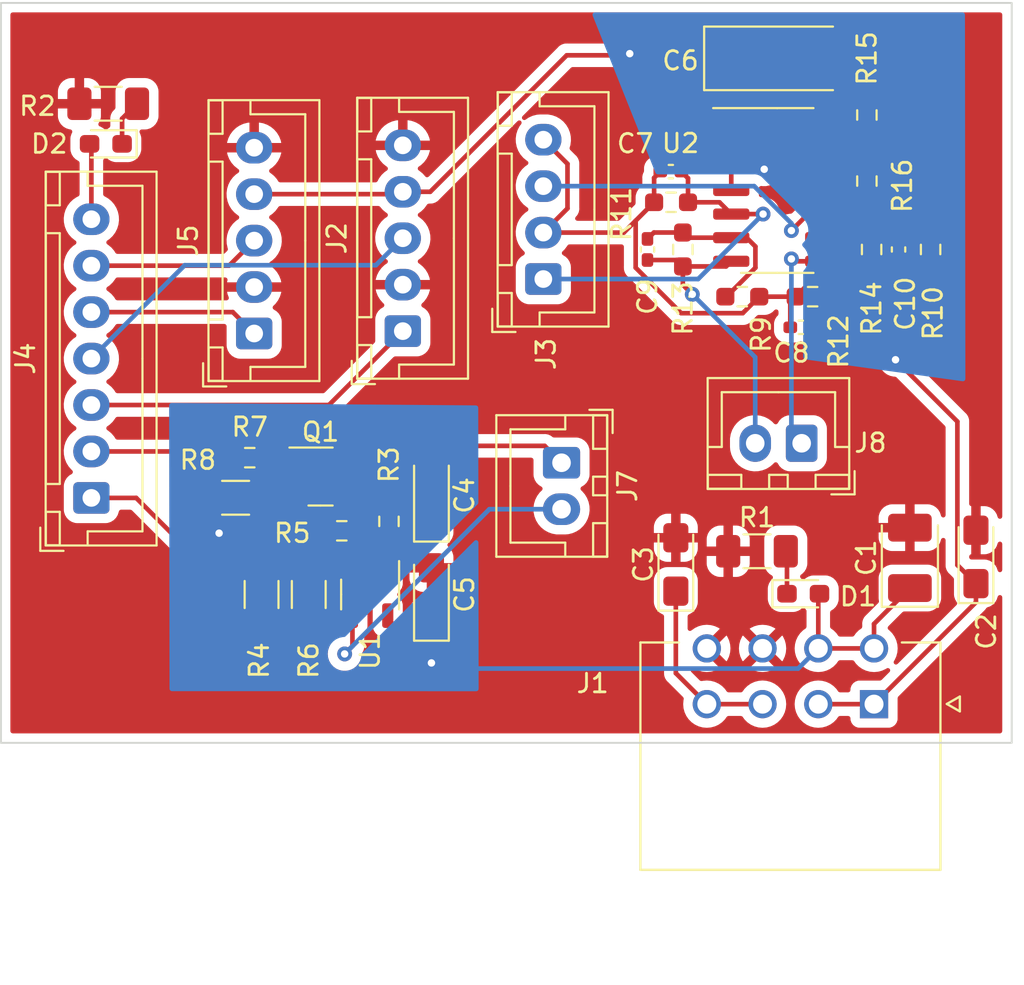
<source format=kicad_pcb>
(kicad_pcb (version 20211014) (generator pcbnew)
  (layers (0 "F.Cu" signal) (31 "B.Cu" signal) (34 "B.Paste" user) (35 "F.Paste" user) (36 "B.SilkS" user "B.Silkscreen") (37 "F.SilkS" user "F.Silkscreen") (38 "B.Mask" user) (39 "F.Mask" user) (44 "Edge.Cuts" user))
  (net 0 "")
  (net 1 "+12V")
  (net 2 "GND")
  (net 3 "+3V3")
  (net 4 "+5V")
  (net 5 "Net-(C4-Pad1)")
  (net 6 "/force_rin+")
  (net 7 "/force_in-")
  (net 8 "/force_lin+")
  (net 9 "Net-(C9-Pad1)")
  (net 10 "/force_rout")
  (net 11 "Net-(C10-Pad1)")
  (net 12 "/force_lout")
  (net 13 "Net-(D1-Pad1)")
  (net 14 "Net-(D2-Pad1)")
  (net 15 "Net-(D2-Pad2)")
  (net 16 "/Mic_R_sig")
  (net 17 "/Mic_R_en")
  (net 18 "/chirp_in")
  (net 19 "/amp_en_in")
  (net 20 "/Mic_L_sig")
  (net 21 "/Mic_L_en")
  (net 22 "/amp_en_out")
  (net 23 "/chirp_out")
  (net 24 "Net-(Q1-Pad1)")
  (net 25 "Net-(R4-Pad2)")
  (net 26 "Net-(R15-Pad1)")
  (net 27 "Net-(U2-Pad13)")
  (footprint "Resistor_SMD:R_1206_3216Metric_Pad1.30x1.75mm_HandSolder" (layer "F.Cu") (at 67.4454 88.5106)
    (fp_text reference "R8" (at -2.032 -2.032) (layer "F.SilkS"))
    (fp_text value "100k")
    (pad "1" smd roundrect (at -1.55 0) (size 1.3 1.75) (layers "F.Cu" "F.Paste" "F.Mask") (roundrect_rratio 0.192308) (net 1 "+12V"))
    (pad "2" smd roundrect (at 1.55 0) (size 1.3 1.75) (layers "F.Cu" "F.Paste" "F.Mask") (roundrect_rratio 0.192308) (net 22 "/amp_en_out"))
  )
  (footprint "Package_SO:SOIC-14_3.9x8.7mm_P1.27mm" (layer "F.Cu") (at 96.598922 71.970669)
    (fp_text reference "U2" (at -5.207 -2.54) (layer "F.SilkS"))
    (fp_text value "LM324A")
    (pad "1" smd roundrect (at -2.475 -3.81) (size 1.95 0.6) (layers "F.Cu" "F.Paste" "F.Mask") (net 7 "/force_in-"))
    (pad "2" smd roundrect (at -2.475 -2.54) (size 1.95 0.6) (layers "F.Cu" "F.Paste" "F.Mask") (net 7 "/force_in-"))
    (pad "3" smd roundrect (at -2.475 -1.27) (size 1.95 0.6) (layers "F.Cu" "F.Paste" "F.Mask") (net 3 "+3V3"))
    (pad "4" smd roundrect (at -2.475 0) (size 1.95 0.6) (layers "F.Cu" "F.Paste" "F.Mask") (net 3 "+3V3"))
    (pad "5" smd roundrect (at -2.475 1.27) (size 1.95 0.6) (layers "F.Cu" "F.Paste" "F.Mask") (net 6 "/force_rin+"))
    (pad "6" smd roundrect (at -2.475 2.54) (size 1.95 0.6) (layers "F.Cu" "F.Paste" "F.Mask") (net 9 "Net-(C9-Pad1)"))
    (pad "7" smd roundrect (at -2.475 3.81) (size 1.95 0.6) (layers "F.Cu" "F.Paste" "F.Mask") (net 10 "/force_rout"))
    (pad "8" smd roundrect (at 2.475 3.81) (size 1.95 0.6) (layers "F.Cu" "F.Paste" "F.Mask") (net 12 "/force_lout"))
    (pad "9" smd roundrect (at 2.475 2.54) (size 1.95 0.6) (layers "F.Cu" "F.Paste" "F.Mask") (net 11 "Net-(C10-Pad1)"))
    (pad "10" smd roundrect (at 2.475 1.27) (size 1.95 0.6) (layers "F.Cu" "F.Paste" "F.Mask") (net 8 "/force_lin+"))
    (pad "11" smd roundrect (at 2.475 0) (size 1.95 0.6) (layers "F.Cu" "F.Paste" "F.Mask") (net 2 "GND"))
    (pad "12" smd roundrect (at 2.475 -1.27) (size 1.95 0.6) (layers "F.Cu" "F.Paste" "F.Mask") (net 26 "Net-(R15-Pad1)"))
    (pad "13" smd roundrect (at 2.475 -2.54) (size 1.95 0.6) (layers "F.Cu" "F.Paste" "F.Mask") (net 27 "Net-(U2-Pad13)"))
    (pad "14" smd roundrect (at 2.475 -3.81) (size 1.95 0.6) (layers "F.Cu" "F.Paste" "F.Mask") (net 27 "Net-(U2-Pad13)"))
  )
  (footprint "Connector_JST:JST_XH_B5B-XH-A_1x05_P2.50mm_Vertical" (layer "F.Cu") (at 68.4444 79.6676 90)
    (fp_text reference "J5" (at 5 -3.55 90) (layer "F.SilkS"))
    (fp_text value "mic_l_conn")
    (pad "1" thru_hole roundrect (at 0 0 90) (size 1.7 1.95) (drill 0.95) (layers *.Cu *.Mask) (roundrect_rratio 0.147059) (net 20 "/Mic_L_sig"))
    (pad "2" thru_hole oval (at 2.5 0 90) (size 1.7 1.95) (drill 0.95) (layers *.Cu *.Mask) (net 2 "GND"))
    (pad "3" thru_hole oval (at 5 0 90) (size 1.7 1.95) (drill 0.95) (layers *.Cu *.Mask) (net 21 "/Mic_L_en"))
    (pad "4" thru_hole oval (at 7.5 0 90) (size 1.7 1.95) (drill 0.95) (layers *.Cu *.Mask) (net 3 "+3V3"))
    (pad "5" thru_hole oval (at 10 0 90) (size 1.7 1.95) (drill 0.95) (layers *.Cu *.Mask) (net 2 "GND"))
  )
  (footprint "Capacitor_Tantalum_SMD:CP_EIA-3216-18_Kemet-A_Pad1.58x1.35mm_HandSolder" (layer "F.Cu") (at 77.9864 93.7176 90)
    (fp_text reference "C5" (at 0 1.778 90) (layer "F.SilkS"))
    (fp_text value "22u")
    (pad "1" smd roundrect (at -1.4375 0 90) (size 1.575 1.35) (layers "F.Cu" "F.Paste" "F.Mask") (roundrect_rratio 0.185185) (net 1 "+12V"))
    (pad "2" smd roundrect (at 1.4375 0 90) (size 1.575 1.35) (layers "F.Cu" "F.Paste" "F.Mask") (roundrect_rratio 0.185185) (net 2 "GND"))
  )
  (footprint "Resistor_SMD:R_0603_1608Metric_Pad0.98x0.95mm_HandSolder" (layer "F.Cu") (at 73.1604 90.2886)
    (fp_text reference "R5" (at -2.667 0.127) (layer "F.SilkS"))
    (fp_text value "39k")
    (pad "1" smd roundrect (at -0.9125 0) (size 0.975 0.95) (layers "F.Cu" "F.Paste" "F.Mask") (net 1 "+12V"))
    (pad "2" smd roundrect (at 0.9125 0) (size 0.975 0.95) (layers "F.Cu" "F.Paste" "F.Mask") (net 5 "Net-(C4-Pad1)"))
  )
  (footprint "Resistor_SMD:R_0603_1608Metric_Pad0.98x0.95mm_HandSolder" (layer "F.Cu") (at 91.518922 75.145669 90)
    (fp_text reference "R13" (at -3.175 0 90) (layer "F.SilkS"))
    (fp_text value "22k")
    (pad "1" smd roundrect (at -0.9125 0 90) (size 0.975 0.95) (layers "F.Cu" "F.Paste" "F.Mask") (net 10 "/force_rout"))
    (pad "2" smd roundrect (at 0.9125 0 90) (size 0.975 0.95) (layers "F.Cu" "F.Paste" "F.Mask") (net 9 "Net-(C9-Pad1)"))
  )
  (footprint "430450800:MOLEX_430450800" (layer "F.Cu") (at 101.8088 99.6188)
    (fp_text reference "J1" (at -15.144 -1.1176) (layer "F.SilkS"))
    (fp_text value "430450800")
    (pad "" np_thru_hole circle locked (at -6.85 4.32) (size 3 3) (drill 3) (layers *.Cu *.Mask))
    (pad "" np_thru_hole circle locked (at -2.15 4.32) (size 3 3) (drill 3) (layers *.Cu *.Mask))
    (pad "1" thru_hole rect locked (at 0 0) (size 1.52 1.52) (drill 1.02) (layers *.Cu) (net 3 "+3V3"))
    (pad "2" thru_hole circle locked (at -3 0) (size 1.52 1.52) (drill 1.02) (layers *.Cu) (net 3 "+3V3"))
    (pad "3" thru_hole circle locked (at -6 0) (size 1.52 1.52) (drill 1.02) (layers *.Cu) (net 4 "+5V"))
    (pad "4" thru_hole circle locked (at -9 0) (size 1.52 1.52) (drill 1.02) (layers *.Cu) (net 4 "+5V"))
    (pad "5" thru_hole circle locked (at 0 -3) (size 1.52 1.52) (drill 1.02) (layers *.Cu) (net 1 "+12V"))
    (pad "6" thru_hole circle locked (at -3 -3) (size 1.52 1.52) (drill 1.02) (layers *.Cu) (net 1 "+12V"))
    (pad "7" thru_hole circle locked (at -6 -3) (size 1.52 1.52) (drill 1.02) (layers *.Cu) (net 2 "GND"))
    (pad "8" thru_hole circle locked (at -9 -3) (size 1.52 1.52) (drill 1.02) (layers *.Cu) (net 2 "GND"))
  )
  (footprint "Resistor_SMD:R_0603_1608Metric_Pad0.98x0.95mm_HandSolder" (layer "F.Cu") (at 104.853922 75.145669 90)
    (fp_text reference "R10" (at -3.429 0.127 90) (layer "F.SilkS"))
    (fp_text value "2k7")
    (pad "1" smd roundrect (at -0.9125 0 90) (size 0.975 0.95) (layers "F.Cu" "F.Paste" "F.Mask") (net 7 "/force_in-"))
    (pad "2" smd roundrect (at 0.9125 0 90) (size 0.975 0.95) (layers "F.Cu" "F.Paste" "F.Mask") (net 11 "Net-(C10-Pad1)"))
  )
  (footprint "Resistor_SMD:R_0603_1608Metric_Pad0.98x0.95mm_HandSolder" (layer "F.Cu") (at 68.2074 86.3516 180)
    (fp_text reference "R7" (at 0 1.651) (layer "F.SilkS"))
    (fp_text value "10k")
    (pad "1" smd roundrect (at -0.9125 0 180) (size 0.975 0.95) (layers "F.Cu" "F.Paste" "F.Mask") (net 24 "Net-(Q1-Pad1)"))
    (pad "2" smd roundrect (at 0.9125 0 180) (size 0.975 0.95) (layers "F.Cu" "F.Paste" "F.Mask") (net 19 "/amp_en_in"))
  )
  (footprint "Connector_JST:JST_XH_B7B-XH-A_1x07_P2.50mm_Vertical" (layer "F.Cu") (at 59.6814 88.5176 90)
    (fp_text reference "J4" (at 7.5 -3.55 90) (layer "F.SilkS"))
    (fp_text value "echo_conn_in")
    (pad "1" thru_hole roundrect (at 0 0 90) (size 1.7 1.95) (drill 0.95) (layers *.Cu *.Mask) (roundrect_rratio 0.147059) (net 18 "/chirp_in"))
    (pad "2" thru_hole oval (at 2.5 0 90) (size 1.7 1.95) (drill 0.95) (layers *.Cu *.Mask) (net 19 "/amp_en_in"))
    (pad "3" thru_hole oval (at 5 0 90) (size 1.7 1.95) (drill 0.95) (layers *.Cu *.Mask) (net 16 "/Mic_R_sig"))
    (pad "4" thru_hole oval (at 7.5 0 90) (size 1.7 1.95) (drill 0.95) (layers *.Cu *.Mask) (net 17 "/Mic_R_en"))
    (pad "5" thru_hole oval (at 10 0 90) (size 1.7 1.95) (drill 0.95) (layers *.Cu *.Mask) (net 20 "/Mic_L_sig"))
    (pad "6" thru_hole oval (at 12.5 0 90) (size 1.7 1.95) (drill 0.95) (layers *.Cu *.Mask) (net 21 "/Mic_L_en"))
    (pad "7" thru_hole oval (at 15 0 90) (size 1.7 1.95) (drill 0.95) (layers *.Cu *.Mask) (net 15 "Net-(D2-Pad2)"))
  )
  (footprint "Connector_JST:JST_XH_B4B-XH-A_1x04_P2.50mm_Vertical" (layer "F.Cu") (at 84.008922 76.736669 90)
    (fp_text reference "J3" (at -4.035331 0.144 90) (layer "F.SilkS"))
    (fp_text value "force_conn_in")
    (pad "1" thru_hole roundrect (at 0 0 90) (size 1.7 1.95) (drill 0.95) (layers *.Cu *.Mask) (roundrect_rratio 0.147059) (net 6 "/force_rin+"))
    (pad "2" thru_hole oval (at 2.5 0 90) (size 1.7 1.95) (drill 0.95) (layers *.Cu *.Mask) (net 7 "/force_in-"))
    (pad "3" thru_hole oval (at 5 0 90) (size 1.7 1.95) (drill 0.95) (layers *.Cu *.Mask) (net 8 "/force_lin+"))
    (pad "4" thru_hole oval (at 7.5 0 90) (size 1.7 1.95) (drill 0.95) (layers *.Cu *.Mask) (net 7 "/force_in-"))
  )
  (footprint "Resistor_SMD:R_0603_1608Metric_Pad0.98x0.95mm_HandSolder" (layer "F.Cu") (at 90.883922 72.605669)
    (fp_text reference "R11" (at -2.667 0.635 90) (layer "F.SilkS"))
    (fp_text value "1Meg")
    (pad "1" smd roundrect (at -0.9125 0) (size 0.975 0.95) (layers "F.Cu" "F.Paste" "F.Mask") (net 7 "/force_in-"))
    (pad "2" smd roundrect (at 0.9125 0) (size 0.975 0.95) (layers "F.Cu" "F.Paste" "F.Mask") (net 6 "/force_rin+"))
  )
  (footprint "Capacitor_SMD:C_0402_1005Metric_Pad0.74x0.62mm_HandSolder" (layer "F.Cu") (at 103.128922 75.145669 -90)
    (fp_text reference "C10" (at 2.921 -0.36 90) (layer "F.SilkS"))
    (fp_text value "10n")
    (pad "1" smd roundrect (at -0.5675 0 270) (size 0.735 0.62) (layers "F.Cu" "F.Paste" "F.Mask") (net 11 "Net-(C10-Pad1)"))
    (pad "2" smd roundrect (at 0.5675 0 270) (size 0.735 0.62) (layers "F.Cu" "F.Paste" "F.Mask") (net 12 "/force_lout"))
  )
  (footprint "Capacitor_Tantalum_SMD:CP_EIA-3216-18_Kemet-A_Pad1.58x1.35mm_HandSolder" (layer "F.Cu") (at 91.1408 92.1004 90)
    (fp_text reference "C3" (at 0 -1.75 90) (layer "F.SilkS"))
    (fp_text value "0u1")
    (pad "1" smd roundrect (at -1.4375 0 90) (size 1.575 1.35) (layers "F.Cu" "F.Paste" "F.Mask") (roundrect_rratio 0.185185) (net 4 "+5V"))
    (pad "2" smd roundrect (at 1.4375 0 90) (size 1.575 1.35) (layers "F.Cu" "F.Paste" "F.Mask") (roundrect_rratio 0.185185) (net 2 "GND"))
  )
  (footprint "Resistor_SMD:R_0603_1608Metric_Pad0.98x0.95mm_HandSolder" (layer "F.Cu") (at 94.717422 77.685669 180)
    (fp_text reference "R9" (at -1.016 -2.032 90) (layer "F.SilkS"))
    (fp_text value "2k7")
    (pad "1" smd roundrect (at -0.9125 0 180) (size 0.975 0.95) (layers "F.Cu" "F.Paste" "F.Mask") (net 7 "/force_in-"))
    (pad "2" smd roundrect (at 0.9125 0 180) (size 0.975 0.95) (layers "F.Cu" "F.Paste" "F.Mask") (net 9 "Net-(C9-Pad1)"))
  )
  (footprint "LED_SMD:LED_0603_1608Metric_Pad1.05x0.95mm_HandSolder" (layer "F.Cu") (at 97.9988 93.6752)
    (fp_text reference "D1" (at 2.9464 0.1524) (layer "F.SilkS"))
    (fp_text value "PWR_ind")
    (pad "1" smd roundrect (at -0.875 0) (size 1.05 0.95) (layers "F.Cu" "F.Paste" "F.Mask") (net 13 "Net-(D1-Pad1)"))
    (pad "2" smd roundrect (at 0.875 0) (size 1.05 0.95) (layers "F.Cu" "F.Paste" "F.Mask") (net 1 "+12V"))
  )
  (footprint "Capacitor_Tantalum_SMD:CP_EIA-3528-21_Kemet-B_Pad1.50x2.35mm_HandSolder" (layer "F.Cu") (at 103.7392 91.7448 90)
    (fp_text reference "C1" (at 0 -2.35 90) (layer "F.SilkS"))
    (fp_text value "10u")
    (pad "1" smd roundrect (at -1.625 0 90) (size 1.5 2.35) (layers "F.Cu" "F.Paste" "F.Mask") (roundrect_rratio 0.166667) (net 1 "+12V"))
    (pad "2" smd roundrect (at 1.625 0 90) (size 1.5 2.35) (layers "F.Cu" "F.Paste" "F.Mask") (roundrect_rratio 0.166667) (net 2 "GND"))
  )
  (footprint "LED_SMD:LED_0603_1608Metric_Pad1.05x0.95mm_HandSolder" (layer "F.Cu") (at 60.4604 69.4606 180)
    (fp_text reference "D2" (at 3.048 0) (layer "F.SilkS"))
    (fp_text value "Job_Status_ind")
    (pad "1" smd roundrect (at -0.875 0 180) (size 1.05 0.95) (layers "F.Cu" "F.Paste" "F.Mask") (net 14 "Net-(D2-Pad1)"))
    (pad "2" smd roundrect (at 0.875 0 180) (size 1.05 0.95) (layers "F.Cu" "F.Paste" "F.Mask") (net 15 "Net-(D2-Pad2)"))
  )
  (footprint "Package_TO_SOT_SMD:SOT-23" (layer "F.Cu") (at 72.0174 87.3676)
    (fp_text reference "Q1" (at 0 -2.4) (layer "F.SilkS"))
    (fp_text value "MMBT3904")
    (pad "1" smd roundrect (at -0.9375 -0.95) (size 1.475 0.6) (layers "F.Cu" "F.Paste" "F.Mask") (net 24 "Net-(Q1-Pad1)"))
    (pad "2" smd roundrect (at -0.9375 0.95) (size 1.475 0.6) (layers "F.Cu" "F.Paste" "F.Mask") (net 2 "GND"))
    (pad "3" smd roundrect (at 0.9375 0) (size 1.475 0.6) (layers "F.Cu" "F.Paste" "F.Mask") (net 22 "/amp_en_out"))
  )
  (footprint "Connector_JST:JST_XH_B5B-XH-A_1x05_P2.50mm_Vertical" (layer "F.Cu") (at 76.4454 79.5406 90)
    (fp_text reference "J2" (at 5 -3.55 90) (layer "F.SilkS"))
    (fp_text value "mic_r_conn")
    (pad "1" thru_hole roundrect (at 0 0 90) (size 1.7 1.95) (drill 0.95) (layers *.Cu *.Mask) (roundrect_rratio 0.147059) (net 16 "/Mic_R_sig"))
    (pad "2" thru_hole oval (at 2.5 0 90) (size 1.7 1.95) (drill 0.95) (layers *.Cu *.Mask) (net 2 "GND"))
    (pad "3" thru_hole oval (at 5 0 90) (size 1.7 1.95) (drill 0.95) (layers *.Cu *.Mask) (net 17 "/Mic_R_en"))
    (pad "4" thru_hole oval (at 7.5 0 90) (size 1.7 1.95) (drill 0.95) (layers *.Cu *.Mask) (net 3 "+3V3"))
    (pad "5" thru_hole oval (at 10 0 90) (size 1.7 1.95) (drill 0.95) (layers *.Cu *.Mask) (net 2 "GND"))
  )
  (footprint "Resistor_SMD:R_0603_1608Metric_Pad0.98x0.95mm_HandSolder" (layer "F.Cu") (at 98.503922 77.685669)
    (fp_text reference "R12" (at 1.397 2.413 270) (layer "F.SilkS"))
    (fp_text value "1Meg")
    (pad "1" smd roundrect (at -0.9125 0) (size 0.975 0.95) (layers "F.Cu" "F.Paste" "F.Mask") (net 7 "/force_in-"))
    (pad "2" smd roundrect (at 0.9125 0) (size 0.975 0.95) (layers "F.Cu" "F.Paste" "F.Mask") (net 8 "/force_lin+"))
  )
  (footprint "Resistor_SMD:R_0603_1608Metric_Pad0.98x0.95mm_HandSolder" (layer "F.Cu") (at 101.424922 67.906669 90)
    (fp_text reference "R15" (at 3.048 0 90) (layer "F.SilkS"))
    (fp_text value "1Meg")
    (pad "1" smd roundrect (at -0.9125 0 90) (size 0.975 0.95) (layers "F.Cu" "F.Paste" "F.Mask") (net 26 "Net-(R15-Pad1)"))
    (pad "2" smd roundrect (at 0.9125 0 90) (size 0.975 0.95) (layers "F.Cu" "F.Paste" "F.Mask") (net 3 "+3V3"))
  )
  (footprint "Capacitor_Tantalum_SMD:CP_EIA-6032-28_Kemet-C_Pad2.25x2.35mm_HandSolder" (layer "F.Cu") (at 96.598922 64.858669)
    (fp_text reference "C6" (at -5.207 0.127) (layer "F.SilkS"))
    (fp_text value "0u1")
    (pad "1" smd roundrect (at -2.55 0) (size 2.25 2.35) (layers "F.Cu" "F.Paste" "F.Mask") (roundrect_rratio 0.111111) (net 3 "+3V3"))
    (pad "2" smd roundrect (at 2.55 0) (size 2.25 2.35) (layers "F.Cu" "F.Paste" "F.Mask") (roundrect_rratio 0.111111) (net 2 "GND"))
  )
  (footprint "Capacitor_SMD:C_0402_1005Metric_Pad0.74x0.62mm_HandSolder" (layer "F.Cu") (at 90.872757 70.954669 180)
    (fp_text reference "C7" (at 1.921957 1.511069) (layer "F.SilkS"))
    (fp_text value "100n")
    (pad "1" smd roundrect (at -0.5675 0 180) (size 0.735 0.62) (layers "F.Cu" "F.Paste" "F.Mask") (net 6 "/force_rin+"))
    (pad "2" smd roundrect (at 0.5675 0 180) (size 0.735 0.62) (layers "F.Cu" "F.Paste" "F.Mask") (net 7 "/force_in-"))
  )
  (footprint "Resistor_SMD:R_1206_3216Metric_Pad1.30x1.75mm_HandSolder" (layer "F.Cu") (at 71.3824 93.7176 -90)
    (fp_text reference "R6" (at 3.556 0 90) (layer "F.SilkS"))
    (fp_text value "27k")
    (pad "1" smd roundrect (at -1.55 0 270) (size 1.3 1.75) (layers "F.Cu" "F.Paste" "F.Mask") (roundrect_rratio 0.192308) (net 25 "Net-(R4-Pad2)"))
    (pad "2" smd roundrect (at 1.55 0 270) (size 1.3 1.75) (layers "F.Cu" "F.Paste" "F.Mask") (roundrect_rratio 0.192308) (net 23 "/chirp_out"))
  )
  (footprint "Resistor_SMD:R_0603_1608Metric_Pad0.98x0.95mm_HandSolder" (layer "F.Cu") (at 101.424922 71.462669 90)
    (fp_text reference "R16" (at -0.254 1.905 90) (layer "F.SilkS"))
    (fp_text value "1Meg")
    (pad "1" smd roundrect (at -0.9125 0 90) (size 0.975 0.95) (layers "F.Cu" "F.Paste" "F.Mask") (net 2 "GND"))
    (pad "2" smd roundrect (at 0.9125 0 90) (size 0.975 0.95) (layers "F.Cu" "F.Paste" "F.Mask") (net 26 "Net-(R15-Pad1)"))
  )
  (footprint "Capacitor_Tantalum_SMD:CP_EIA-3216-18_Kemet-A_Pad1.58x1.35mm_HandSolder" (layer "F.Cu") (at 77.9864 88.3836 90)
    (fp_text reference "C4" (at 0 1.778 90) (layer "F.SilkS"))
    (fp_text value "3u3")
    (pad "1" smd roundrect (at -1.4375 0 90) (size 1.575 1.35) (layers "F.Cu" "F.Paste" "F.Mask") (roundrect_rratio 0.185185) (net 5 "Net-(C4-Pad1)"))
    (pad "2" smd roundrect (at 1.4375 0 90) (size 1.575 1.35) (layers "F.Cu" "F.Paste" "F.Mask") (roundrect_rratio 0.185185) (net 2 "GND"))
  )
  (footprint "Resistor_SMD:R_1206_3216Metric_Pad1.30x1.75mm_HandSolder" (layer "F.Cu") (at 95.5096 91.3892)
    (fp_text reference "R1" (at 0 -1.82) (layer "F.SilkS"))
    (fp_text value "500R")
    (pad "1" smd roundrect (at -1.55 0) (size 1.3 1.75) (layers "F.Cu" "F.Paste" "F.Mask") (roundrect_rratio 0.192308) (net 2 "GND"))
    (pad "2" smd roundrect (at 1.55 0) (size 1.3 1.75) (layers "F.Cu" "F.Paste" "F.Mask") (roundrect_rratio 0.192308) (net 13 "Net-(D1-Pad1)"))
  )
  (footprint "Resistor_SMD:R_1206_3216Metric_Pad1.30x1.75mm_HandSolder" (layer "F.Cu") (at 68.8424 93.7176 90)
    (fp_text reference "R4" (at -3.556 -0.127 90) (layer "F.SilkS"))
    (fp_text value "10k")
    (pad "1" smd roundrect (at -1.55 0 90) (size 1.3 1.75) (layers "F.Cu" "F.Paste" "F.Mask") (roundrect_rratio 0.192308) (net 18 "/chirp_in"))
    (pad "2" smd roundrect (at 1.55 0 90) (size 1.3 1.75) (layers "F.Cu" "F.Paste" "F.Mask") (roundrect_rratio 0.192308) (net 25 "Net-(R4-Pad2)"))
  )
  (footprint "Connector_JST:JST_XH_B2B-XH-A_1x02_P2.50mm_Vertical" (layer "F.Cu") (at 97.913922 85.576669 180)
    (fp_text reference "J8" (at -3.703 0.017) (layer "F.SilkS"))
    (fp_text value "force_conn_out")
    (pad "1" thru_hole roundrect (at 0 0 180) (size 1.7 2) (drill 1) (layers *.Cu *.Mask) (roundrect_rratio 0.147059) (net 12 "/force_lout"))
    (pad "2" thru_hole oval (at 2.5 0 180) (size 1.7 2) (drill 1) (layers *.Cu *.Mask) (net 10 "/force_rout"))
  )
  (footprint "Capacitor_Tantalum_SMD:CP_EIA-3216-18_Kemet-A_Pad1.58x1.35mm_HandSolder" (layer "F.Cu") (at 107.2952 91.694 90)
    (fp_text reference "C2" (at -4.0132 0.5588 90) (layer "F.SilkS"))
    (fp_text value "0u1")
    (pad "1" smd roundrect (at -1.4375 0 90) (size 1.575 1.35) (layers "F.Cu" "F.Paste" "F.Mask") (roundrect_rratio 0.185185) (net 3 "+3V3"))
    (pad "2" smd roundrect (at 1.4375 0 90) (size 1.575 1.35) (layers "F.Cu" "F.Paste" "F.Mask") (roundrect_rratio 0.185185) (net 2 "GND"))
  )
  (footprint "Package_TO_SOT_SMD:SOT-23-5" (layer "F.Cu") (at 74.6844 93.7176 -90)
    (fp_text reference "U1" (at 3.048 0 90) (layer "F.SilkS"))
    (fp_text value "LM321")
    (pad "1" smd roundrect (at -1.1375 -0.95 270) (size 1.325 0.6) (layers "F.Cu" "F.Paste" "F.Mask") (net 5 "Net-(C4-Pad1)"))
    (pad "2" smd roundrect (at -1.1375 0 270) (size 1.325 0.6) (layers "F.Cu" "F.Paste" "F.Mask") (net 2 "GND"))
    (pad "3" smd roundrect (at -1.1375 0.95 270) (size 1.325 0.6) (layers "F.Cu" "F.Paste" "F.Mask") (net 25 "Net-(R4-Pad2)"))
    (pad "4" smd roundrect (at 1.1375 0.95 270) (size 1.325 0.6) (layers "F.Cu" "F.Paste" "F.Mask") (net 23 "/chirp_out"))
    (pad "5" smd roundrect (at 1.1375 -0.95 270) (size 1.325 0.6) (layers "F.Cu" "F.Paste" "F.Mask") (net 1 "+12V"))
  )
  (footprint "Resistor_SMD:R_0603_1608Metric_Pad0.98x0.95mm_HandSolder" (layer "F.Cu") (at 75.7004 89.7806 -90)
    (fp_text reference "R3" (at -3.048 0 90) (layer "F.SilkS"))
    (fp_text value "12k")
    (pad "1" smd roundrect (at -0.9125 0 270) (size 0.975 0.95) (layers "F.Cu" "F.Paste" "F.Mask") (net 2 "GND"))
    (pad "2" smd roundrect (at 0.9125 0 270) (size 0.975 0.95) (layers "F.Cu" "F.Paste" "F.Mask") (net 5 "Net-(C4-Pad1)"))
  )
  (footprint "Capacitor_SMD:C_0402_1005Metric_Pad0.74x0.62mm_HandSolder" (layer "F.Cu") (at 89.613922 75.145669 -90)
    (fp_text reference "C9" (at 2.54 0 90) (layer "F.SilkS"))
    (fp_text value "10n")
    (pad "1" smd roundrect (at -0.5675 0 270) (size 0.735 0.62) (layers "F.Cu" "F.Paste" "F.Mask") (net 9 "Net-(C9-Pad1)"))
    (pad "2" smd roundrect (at 0.5675 0 270) (size 0.735 0.62) (layers "F.Cu" "F.Paste" "F.Mask") (net 10 "/force_rout"))
  )
  (footprint "Resistor_SMD:R_1206_3216Metric_Pad1.30x1.75mm_HandSolder" (layer "F.Cu") (at 60.5874 67.3016)
    (fp_text reference "R2" (at -3.81 0.127) (layer "F.SilkS"))
    (fp_text value "500R")
    (pad "1" smd roundrect (at -1.55 0) (size 1.3 1.75) (layers "F.Cu" "F.Paste" "F.Mask") (roundrect_rratio 0.192308) (net 2 "GND"))
    (pad "2" smd roundrect (at 1.55 0) (size 1.3 1.75) (layers "F.Cu" "F.Paste" "F.Mask") (roundrect_rratio 0.192308) (net 14 "Net-(D2-Pad1)"))
  )
  (footprint "Capacitor_SMD:C_0402_1005Metric_Pad0.74x0.62mm_HandSolder" (layer "F.Cu") (at 97.868922 79.336669 180)
    (fp_text reference "C8" (at 0.508 -1.376 180) (layer "F.SilkS"))
    (fp_text value "100n")
    (pad "1" smd roundrect (at -0.5675 0 180) (size 0.735 0.62) (layers "F.Cu" "F.Paste" "F.Mask") (net 8 "/force_lin+"))
    (pad "2" smd roundrect (at 0.5675 0 180) (size 0.735 0.62) (layers "F.Cu" "F.Paste" "F.Mask") (net 7 "/force_in-"))
  )
  (footprint "Resistor_SMD:R_0603_1608Metric_Pad0.98x0.95mm_HandSolder" (layer "F.Cu") (at 101.678922 75.145669 90)
    (fp_text reference "R14" (at -3.175 0 90) (layer "F.SilkS"))
    (fp_text value "22k")
    (pad "1" smd roundrect (at -0.9125 0 90) (size 0.975 0.95) (layers "F.Cu" "F.Paste" "F.Mask") (net 12 "/force_lout"))
    (pad "2" smd roundrect (at 0.9125 0 90) (size 0.975 0.95) (layers "F.Cu" "F.Paste" "F.Mask") (net 11 "Net-(C10-Pad1)"))
  )
  (footprint "Connector_JST:JST_XH_B2B-XH-A_1x02_P2.50mm_Vertical" (layer "F.Cu") (at 84.9884 86.6256 -90)
    (fp_text reference "J7" (at 1.25 -3.55 90) (layer "F.SilkS"))
    (fp_text value "amp_conn_out")
    (pad "1" thru_hole roundrect (at 0 0 270) (size 1.7 2) (drill 1) (layers *.Cu *.Mask) (roundrect_rratio 0.147059) (net 22 "/amp_en_out"))
    (pad "2" thru_hole oval (at 2.5 0 270) (size 1.7 2) (drill 1) (layers *.Cu *.Mask) (net 23 "/chirp_out"))
  )
  (gr_rect (start 109.22 61.8744) (end 54.8132 101.7016) (layer "Edge.Cuts") (width 0.1) (fill none))
  (segment (start 101.8088 95.3002) (end 103.7392 93.3698) (width 0.25) (layer "F.Cu") (net 1))
  (segment (start 72.1209 90.4156) (end 72.2479 90.2886) (width 0.25) (layer "F.Cu") (net 1))
  (segment (start 75.6344 95.0486) (end 75.6344 94.8551) (width 0.25) (layer "F.Cu") (net 1))
  (segment (start 65.8954 88.5106) (end 65.8954 89.7546) (width 0.25) (layer "F.Cu") (net 1))
  (segment (start 101.8088 96.6188) (end 101.8088 95.3002) (width 0.25) (layer "F.Cu") (net 1))
  (segment (start 98.8088 96.6188) (end 101.8088 96.6188) (width 0.25) (layer "F.Cu") (net 1))
  (segment (start 77.9864 97.4006) (end 77.9864 95.1551) (width 0.25) (layer "F.Cu") (net 1))
  (segment (start 77.9864 97.4006) (end 75.6344 95.0486) (width 0.25) (layer "F.Cu") (net 1))
  (segment (start 66.5564 90.4156) (end 72.1209 90.4156) (width 0.25) (layer "F.Cu") (net 1))
  (segment (start 98.8088 96.6188) (end 98.8088 93.7402) (width 0.25) (layer "F.Cu") (net 1))
  (segment (start 65.8954 89.7546) (end 66.5564 90.4156) (width 0.25) (layer "F.Cu") (net 1))
  (segment (start 98.8088 93.7402) (end 98.8738 93.6752) (width 0.25) (layer "F.Cu") (net 1))
  (via (at 77.9864 97.4006) (size 0.8) (drill 0.4) (layers "F.Cu" "B.Cu") (net 1))
  (via (at 66.5564 90.4156) (size 0.8) (drill 0.4) (layers "F.Cu" "B.Cu") (net 1))
  (segment (start 98.8088 96.6188) (end 97.7238 97.7038) (width 0.25) (layer "B.Cu") (net 1))
  (segment (start 97.7238 97.7038) (end 78.2896 97.7038) (width 0.25) (layer "B.Cu") (net 1))
  (segment (start 78.2896 97.7038) (end 77.9864 97.4006) (width 0.25) (layer "B.Cu") (net 1))
  (segment (start 101.424922 72.375169) (end 99.478422 72.375169) (width 0.25) (layer "F.Cu") (net 2))
  (segment (start 99.478422 72.375169) (end 99.073922 71.970669) (width 0.25) (layer "F.Cu") (net 2))
  (segment (start 76.3184 72.1676) (end 76.4454 72.0406) (width 0.25) (layer "F.Cu") (net 3))
  (segment (start 98.8088 99.6188) (end 101.8088 99.6188) (width 0.25) (layer "F.Cu") (net 3))
  (segment (start 89.905922 63.358669) (end 100.470922 63.358669) (width 0.25) (layer "F.Cu") (net 3))
  (segment (start 95.771922 70.700669) (end 95.898922 70.827669) (width 0.25) (layer "F.Cu") (net 3))
  (segment (start 101.424922 64.312669) (end 101.424922 66.994169) (width 0.25) (layer "F.Cu") (net 3))
  (segment (start 68.4444 72.1676) (end 76.3184 72.1676) (width 0.25) (layer "F.Cu") (net 3))
  (segment (start 76.4454 72.0406) (end 77.921 72.0406) (width 0.25) (layer "F.Cu") (net 3))
  (segment (start 85.2678 64.6938) (end 88.77245 64.6938) (width 0.25) (layer "F.Cu") (net 3))
  (segment (start 77.921 72.0406) (end 85.2678 64.6938) (width 0.25) (layer "F.Cu") (net 3))
  (segment (start 94.123922 70.700669) (end 94.123922 71.970669) (width 0.25) (layer "F.Cu") (net 3))
  (segment (start 107.2952 94.1324) (end 107.2952 93.1315) (width 0.25) (layer "F.Cu") (net 3))
  (segment (start 106.2952 84.410147) (end 102.966022 81.080969) (width 0.25) (layer "F.Cu") (net 3))
  (segment (start 94.048922 64.858669) (end 88.913922 64.858669) (width 0.25) (layer "F.Cu") (net 3))
  (segment (start 88.913922 64.858669) (end 88.659922 64.604669) (width 0.25) (layer "F.Cu") (net 3))
  (segment (start 100.470922 63.358669) (end 101.424922 64.312669) (width 0.25) (layer "F.Cu") (net 3))
  (segment (start 94.123922 70.700669) (end 95.771922 70.700669) (width 0.25) (layer "F.Cu") (net 3))
  (segment (start 101.8088 99.6188) (end 107.2952 94.1324) (width 0.25) (layer "F.Cu") (net 3))
  (segment (start 88.659922 64.604669) (end 89.905922 63.358669) (width 0.25) (layer "F.Cu") (net 3))
  (segment (start 106.2952 92.1315) (end 106.2952 84.410147) (width 0.25) (layer "F.Cu") (net 3))
  (segment (start 107.2952 93.1315) (end 106.2952 92.1315) (width 0.25) (layer "F.Cu") (net 3))
  (via (at 88.659922 64.604669) (size 0.8) (drill 0.4) (layers "F.Cu" "B.Cu") (net 3))
  (via (at 95.898922 70.827669) (size 0.8) (drill 0.4) (layers "F.Cu" "B.Cu") (net 3))
  (via (at 102.966022 81.080969) (size 0.8) (drill 0.4) (layers "F.Cu" "B.Cu") (net 3))
  (segment (start 91.1408 97.9508) (end 91.1408 93.5379) (width 0.25) (layer "F.Cu") (net 4))
  (segment (start 92.8088 99.6188) (end 91.1408 97.9508) (width 0.25) (layer "F.Cu") (net 4))
  (segment (start 95.8088 99.6188) (end 92.8088 99.6188) (width 0.25) (layer "F.Cu") (net 4))
  (segment (start 75.6344 92.5801) (end 75.6344 90.7591) (width 0.25) (layer "F.Cu") (net 5))
  (segment (start 75.7004 90.6931) (end 74.4774 90.6931) (width 0.25) (layer "F.Cu") (net 5))
  (segment (start 74.4774 90.6931) (end 74.0729 90.2886) (width 0.25) (layer "F.Cu") (net 5))
  (segment (start 77.1144 90.6931) (end 77.9864 89.8211) (width 0.25) (layer "F.Cu") (net 5))
  (segment (start 75.6344 90.7591) (end 75.7004 90.6931) (width 0.25) (layer "F.Cu") (net 5))
  (segment (start 75.7004 90.6931) (end 77.1144 90.6931) (width 0.25) (layer "F.Cu") (net 5))
  (segment (start 94.123922 73.240669) (end 95.836922 73.240669) (width 0.25) (layer "F.Cu") (net 6))
  (segment (start 91.796422 71.310834) (end 91.440257 70.954669) (width 0.25) (layer "F.Cu") (net 6))
  (segment (start 91.796422 72.605669) (end 91.796422 71.310834) (width 0.25) (layer "F.Cu") (net 6))
  (segment (start 93.488922 72.605669) (end 94.123922 73.240669) (width 0.25) (layer "F.Cu") (net 6))
  (segment (start 91.796422 72.605669) (end 93.488922 72.605669) (width 0.25) (layer "F.Cu") (net 6))
  (via (at 95.836922 73.240669) (size 0.8) (drill 0.4) (layers "F.Cu" "B.Cu") (net 6))
  (segment (start 95.836922 73.240669) (end 92.340922 76.736669) (width 0.25) (layer "B.Cu") (net 6))
  (segment (start 92.340922 76.736669) (end 84.008922 76.736669) (width 0.25) (layer "B.Cu") (net 6))
  (segment (start 85.308922 70.536669) (end 84.008922 69.236669) (width 0.25) (layer "F.Cu") (net 7))
  (segment (start 97.301422 79.336669) (end 97.301422 77.975669) (width 0.25) (layer "F.Cu") (net 7))
  (segment (start 89.971422 72.605669) (end 88.978922 73.598169) (width 0.25) (layer "F.Cu") (net 7))
  (segment (start 85.308922 72.936669) (end 85.308922 70.536669) (width 0.25) (layer "F.Cu") (net 7))
  (segment (start 91.429099 78.574669) (end 94.740922 78.574669) (width 0.25) (layer "F.Cu") (net 7))
  (segment (start 84.008922 74.236669) (end 85.308922 72.936669) (width 0.25) (layer "F.Cu") (net 7))
  (segment (start 104.026422 76.885669) (end 98.391422 76.885669) (width 0.25) (layer "F.Cu") (net 7))
  (segment (start 89.971422 71.288504) (end 90.305257 70.954669) (width 0.25) (layer "F.Cu") (net 7))
  (segment (start 94.740922 78.574669) (end 95.629922 77.685669) (width 0.25) (layer "F.Cu") (net 7))
  (segment (start 94.123922 69.430669) (end 94.123922 68.160669) (width 0.25) (layer "F.Cu") (net 7))
  (segment (start 98.391422 76.885669) (end 97.591422 77.685669) (width 0.25) (layer "F.Cu") (net 7))
  (segment (start 88.978922 73.598169) (end 88.978922 76.124492) (width 0.25) (layer "F.Cu") (net 7))
  (segment (start 90.305257 70.954669) (end 91.829257 69.430669) (width 0.25) (layer "F.Cu") (net 7))
  (segment (start 88.978922 73.598169) (end 88.340422 74.236669) (width 0.25) (layer "F.Cu") (net 7))
  (segment (start 89.971422 72.605669) (end 89.971422 71.288504) (width 0.25) (layer "F.Cu") (net 7))
  (segment (start 91.829257 69.430669) (end 94.123922 69.430669) (width 0.25) (layer "F.Cu") (net 7))
  (segment (start 104.853922 76.058169) (end 104.026422 76.885669) (width 0.25) (layer "F.Cu") (net 7))
  (segment (start 95.629922 77.685669) (end 97.591422 77.685669) (width 0.25) (layer "F.Cu") (net 7))
  (segment (start 97.301422 77.975669) (end 97.591422 77.685669) (width 0.25) (layer "F.Cu") (net 7))
  (segment (start 88.340422 74.236669) (end 84.008922 74.236669) (width 0.25) (layer "F.Cu") (net 7))
  (segment (start 88.978922 76.124492) (end 91.429099 78.574669) (width 0.25) (layer "F.Cu") (net 7))
  (segment (start 105.144417 73.240669) (end 99.073922 73.240669) (width 0.25) (layer "F.Cu") (net 8))
  (segment (start 99.416422 77.685669) (end 104.509417 77.685669) (width 0.25) (layer "F.Cu") (net 8))
  (segment (start 105.653922 73.750174) (end 105.144417 73.240669) (width 0.25) (layer "F.Cu") (net 8))
  (segment (start 98.436422 79.336669) (end 98.436422 78.665669) (width 0.25) (layer "F.Cu") (net 8))
  (segment (start 97.360922 74.129669) (end 98.249922 73.240669) (width 0.25) (layer "F.Cu") (net 8))
  (segment (start 98.249922 73.240669) (end 99.073922 73.240669) (width 0.25) (layer "F.Cu") (net 8))
  (segment (start 104.509417 77.685669) (end 105.653922 76.541164) (width 0.25) (layer "F.Cu") (net 8))
  (segment (start 98.436422 78.665669) (end 99.416422 77.685669) (width 0.25) (layer "F.Cu") (net 8))
  (segment (start 105.653922 76.541164) (end 105.653922 73.750174) (width 0.25) (layer "F.Cu") (net 8))
  (via (at 97.360922 74.129669) (size 0.8) (drill 0.4) (layers "F.Cu" "B.Cu") (net 8))
  (segment (start 97.360922 73.739364) (end 95.358227 71.736669) (width 0.25) (layer "B.Cu") (net 8))
  (segment (start 95.358227 71.736669) (end 84.008922 71.736669) (width 0.25) (layer "B.Cu") (net 8))
  (segment (start 97.360922 74.129669) (end 97.360922 73.739364) (width 0.25) (layer "B.Cu") (net 8))
  (segment (start 89.958922 74.233169) (end 89.613922 74.578169) (width 0.25) (layer "F.Cu") (net 9))
  (segment (start 93.804922 77.685669) (end 93.865673 77.685669) (width 0.25) (layer "F.Cu") (net 9))
  (segment (start 95.423922 76.12742) (end 95.423922 74.986669) (width 0.25) (layer "F.Cu") (net 9))
  (segment (start 94.123922 74.510669) (end 91.796422 74.510669) (width 0.25) (layer "F.Cu") (net 9))
  (segment (start 94.947922 74.510669) (end 94.123922 74.510669) (width 0.25) (layer "F.Cu") (net 9))
  (segment (start 93.865673 77.685669) (end 95.423922 76.12742) (width 0.25) (layer "F.Cu") (net 9))
  (segment (start 95.423922 74.986669) (end 94.947922 74.510669) (width 0.25) (layer "F.Cu") (net 9))
  (segment (start 91.796422 74.510669) (end 91.518922 74.233169) (width 0.25) (layer "F.Cu") (net 9))
  (segment (start 91.518922 74.233169) (end 89.958922 74.233169) (width 0.25) (layer "F.Cu") (net 9))
  (segment (start 89.613922 75.713169) (end 91.173922 75.713169) (width 0.25) (layer "F.Cu") (net 10))
  (segment (start 91.173922 75.713169) (end 91.518922 76.058169) (width 0.25) (layer "F.Cu") (net 10))
  (segment (start 91.518922 76.058169) (end 93.846422 76.058169) (width 0.25) (layer "F.Cu") (net 10))
  (segment (start 93.846422 76.058169) (end 94.123922 75.780669) (width 0.25) (layer "F.Cu") (net 10))
  (segment (start 91.518922 76.058169) (end 91.518922 77.050669) (width 0.25) (layer "F.Cu") (net 10))
  (segment (start 91.518922 77.050669) (end 92.026922 77.558669) (width 0.25) (layer "F.Cu") (net 10))
  (via (at 92.026922 77.558669) (size 0.8) (drill 0.4) (layers "F.Cu" "B.Cu") (net 10))
  (segment (start 95.413922 80.945669) (end 95.413922 85.576669) (width 0.25) (layer "B.Cu") (net 10))
  (segment (start 92.026922 77.558669) (end 95.413922 80.945669) (width 0.25) (layer "B.Cu") (net 10))
  (segment (start 101.401422 74.510669) (end 101.678922 74.233169) (width 0.25) (layer "F.Cu") (net 11))
  (segment (start 101.678922 74.233169) (end 102.783922 74.233169) (width 0.25) (layer "F.Cu") (net 11))
  (segment (start 99.073922 74.510669) (end 101.401422 74.510669) (width 0.25) (layer "F.Cu") (net 11))
  (segment (start 103.128922 74.578169) (end 104.508922 74.578169) (width 0.25) (layer "F.Cu") (net 11))
  (segment (start 102.783922 74.233169) (end 103.128922 74.578169) (width 0.25) (layer "F.Cu") (net 11))
  (segment (start 104.508922 74.578169) (end 104.853922 74.233169) (width 0.25) (layer "F.Cu") (net 11))
  (segment (start 102.783922 76.058169) (end 103.128922 75.713169) (width 0.25) (layer "F.Cu") (net 12))
  (segment (start 99.073922 75.780669) (end 97.487922 75.780669) (width 0.25) (layer "F.Cu") (net 12))
  (segment (start 99.073922 75.780669) (end 101.401422 75.780669) (width 0.25) (layer "F.Cu") (net 12))
  (segment (start 101.678922 76.058169) (end 102.783922 76.058169) (width 0.25) (layer "F.Cu") (net 12))
  (segment (start 101.401422 75.780669) (end 101.678922 76.058169) (width 0.25) (layer "F.Cu") (net 12))
  (segment (start 97.487922 75.780669) (end 97.360922 75.653669) (width 0.25) (layer "F.Cu") (net 12))
  (via (at 97.360922 75.653669) (size 0.8) (drill 0.4) (layers "F.Cu" "B.Cu") (net 12))
  (segment (start 97.360922 75.653669) (end 97.360922 85.023669) (width 0.25) (layer "B.Cu") (net 12))
  (segment (start 97.360922 85.023669) (end 97.913922 85.576669) (width 0.25) (layer "B.Cu") (net 12))
  (segment (start 97.1238 91.4534) (end 97.0596 91.3892) (width 0.25) (layer "F.Cu") (net 13))
  (segment (start 97.1238 93.6752) (end 97.1238 91.4534) (width 0.25) (layer "F.Cu") (net 13))
  (segment (start 61.3354 69.4606) (end 61.3354 68.1036) (width 0.25) (layer "F.Cu") (net 14))
  (segment (start 61.3354 68.1036) (end 62.1374 67.3016) (width 0.25) (layer "F.Cu") (net 14))
  (segment (start 59.5854 69.4606) (end 59.6814 69.5566) (width 0.25) (layer "F.Cu") (net 15))
  (segment (start 59.6814 69.5566) (end 59.6814 73.5176) (width 0.25) (layer "F.Cu") (net 15))
  (segment (start 59.6814 83.5176) (end 72.4684 83.5176) (width 0.25) (layer "F.Cu") (net 16))
  (segment (start 72.4684 83.5176) (end 76.4454 79.5406) (width 0.25) (layer "F.Cu") (net 16))
  (segment (start 59.6814 81.0176) (end 64.7064 75.9926) (width 0.25) (layer "B.Cu") (net 17))
  (segment (start 74.9934 75.9926) (end 76.4454 74.5406) (width 0.25) (layer "B.Cu") (net 17))
  (segment (start 64.7064 75.9926) (end 74.9934 75.9926) (width 0.25) (layer "B.Cu") (net 17))
  (segment (start 59.6814 88.5176) (end 62.0924 88.5176) (width 0.25) (layer "F.Cu") (net 18))
  (segment (start 62.0924 88.5176) (end 68.8424 95.2676) (width 0.25) (layer "F.Cu") (net 18))
  (segment (start 67.2949 86.3516) (end 66.9609 86.0176) (width 0.25) (layer "F.Cu") (net 19))
  (segment (start 66.9609 86.0176) (end 59.6814 86.0176) (width 0.25) (layer "F.Cu") (net 19))
  (segment (start 59.6814 78.5176) (end 67.2944 78.5176) (width 0.25) (layer "F.Cu") (net 20))
  (segment (start 67.2944 78.5176) (end 68.4444 79.6676) (width 0.25) (layer "F.Cu") (net 20))
  (segment (start 67.0944 76.0176) (end 68.4444 74.6676) (width 0.25) (layer "F.Cu") (net 21))
  (segment (start 59.6814 76.0176) (end 67.0944 76.0176) (width 0.25) (layer "F.Cu") (net 21))
  (segment (start 74.6059 85.7166) (end 84.0794 85.7166) (width 0.25) (layer "F.Cu") (net 22))
  (segment (start 70.1384 87.3676) (end 72.9549 87.3676) (width 0.25) (layer "F.Cu") (net 22))
  (segment (start 68.9954 88.5106) (end 70.1384 87.3676) (width 0.25) (layer "F.Cu") (net 22))
  (segment (start 84.0794 85.7166) (end 84.9884 86.6256) (width 0.25) (layer "F.Cu") (net 22))
  (segment (start 72.9549 87.3676) (end 74.6059 85.7166) (width 0.25) (layer "F.Cu") (net 22))
  (segment (start 73.7344 96.4964) (end 73.3144 96.9164) (width 0.25) (layer "F.Cu") (net 23))
  (segment (start 73.7344 94.8551) (end 73.7344 96.4964) (width 0.25) (layer "F.Cu") (net 23))
  (segment (start 73.3219 95.2676) (end 73.7344 94.8551) (width 0.25) (layer "F.Cu") (net 23))
  (segment (start 71.3824 95.2676) (end 73.3219 95.2676) (width 0.25) (layer "F.Cu") (net 23))
  (via (at 73.3144 96.9164) (size 0.8) (drill 0.4) (layers "F.Cu" "B.Cu") (net 23))
  (segment (start 73.3144 96.9164) (end 81.1052 89.1256) (width 0.25) (layer "B.Cu") (net 23))
  (segment (start 81.1052 89.1256) (end 84.9884 89.1256) (width 0.25) (layer "B.Cu") (net 23))
  (segment (start 69.1199 86.3516) (end 71.0139 86.3516) (width 0.25) (layer "F.Cu") (net 24))
  (segment (start 71.0139 86.3516) (end 71.0799 86.4176) (width 0.25) (layer "F.Cu") (net 24))
  (segment (start 73.3219 92.1676) (end 73.7344 92.5801) (width 0.25) (layer "F.Cu") (net 25))
  (segment (start 71.3824 92.1676) (end 73.3219 92.1676) (width 0.25) (layer "F.Cu") (net 25))
  (segment (start 71.3824 92.1676) (end 68.8424 92.1676) (width 0.25) (layer "F.Cu") (net 25))
  (segment (start 101.424922 70.550169) (end 101.424922 68.819169) (width 0.25) (layer "F.Cu") (net 26))
  (segment (start 101.274422 70.700669) (end 101.424922 70.550169) (width 0.25) (layer "F.Cu") (net 26))
  (segment (start 99.073922 70.700669) (end 101.274422 70.700669) (width 0.25) (layer "F.Cu") (net 26))
  (segment (start 99.073922 69.430669) (end 99.073922 68.160669) (width 0.25) (layer "F.Cu") (net 27))
  (zone (net 2) (net_name "GND") (layer "F.Cu") (connect_pads (clearance 0.508)) (min_thickness 0.254) (fill yes (thermal_gap 0.508) (thermal_bridge_width 0.508))
    (polygon (pts (xy 109.155745 61.850973) (xy 109.20062 101.71897) (xy 54.853222 101.712147) (xy 54.808347 61.71715)))
  )
  (zone (net 1) (net_name "+12V") (layer "B.Cu") (connect_pads (clearance 0.508)) (min_thickness 0.254) (fill yes (thermal_gap 0.508) (thermal_bridge_width 0.508))
    (polygon (pts (xy 80.50477 83.538605) (xy 80.526969 98.923388) (xy 63.888047 98.919278) (xy 63.865848 83.407495)))
  )
  (zone (net 3) (net_name "+3V3") (layer "B.Cu") (connect_pads (clearance 0.508)) (min_thickness 0.254) (fill yes (thermal_gap 0.508) (thermal_bridge_width 0.508))
    (polygon (pts (xy 106.703402 62.306463) (xy 106.725428 82.258395) (xy 93.822022 80.471369) (xy 86.5124 62.1792)))
  )
)
</source>
